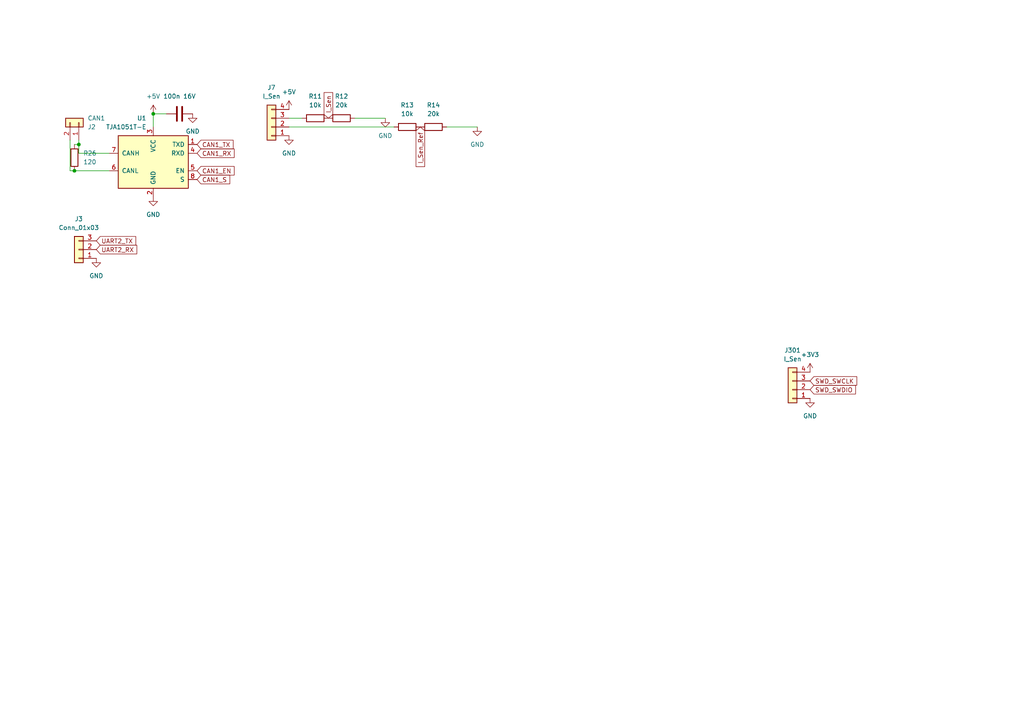
<source format=kicad_sch>
(kicad_sch (version 20231120) (generator "eeschema") (generator_version "8.0")
  (paper "A4")
  (lib_symbols
    (symbol "Connector_Generic:Conn_01x02" (pin_names (offset 1.016) hide)
      (property "Reference" "J" (at 0 2.54 0))
      (property "Value" "Conn_01x02" (at 0 -5.08 0))
      (symbol "Conn_01x02_1_1"
        (rectangle (start -1.27 -2.413) (end 0 -2.667) (stroke (width 0.1524)))
        (rectangle (start -1.27 0.127) (end 0 -0.127) (stroke (width 0.1524)))
        (rectangle (start -1.27 1.27) (end 1.27 -3.81) (stroke (width 0.254)) (fill (type background)))
        (pin passive line (at -5.08 0 0) (length 3.81) (name "Pin_1") (number "1"))
        (pin passive line (at -5.08 -2.54 0) (length 3.81) (name "Pin_2") (number "2"))
      )
    )
    (symbol "Connector_Generic:Conn_01x03" (pin_names (offset 1.016) hide)
      (property "Reference" "J" (at 0 5.08 0))
      (property "Value" "Conn_01x03" (at 0 -5.08 0))
      (symbol "Conn_01x03_1_1"
        (rectangle (start -1.27 -2.413) (end 0 -2.667) (stroke (width 0.1524)))
        (rectangle (start -1.27 0.127) (end 0 -0.127) (stroke (width 0.1524)))
        (rectangle (start -1.27 2.667) (end 0 2.413) (stroke (width 0.1524)))
        (rectangle (start -1.27 3.81) (end 1.27 -3.81) (stroke (width 0.254)) (fill (type background)))
        (pin passive line (at -5.08 2.54 0) (length 3.81) (name "Pin_1") (number "1"))
        (pin passive line (at -5.08 0 0) (length 3.81) (name "Pin_2") (number "2"))
        (pin passive line (at -5.08 -2.54 0) (length 3.81) (name "Pin_3") (number "3"))
      )
    )
    (symbol "Connector_Generic:Conn_01x04" (pin_names (offset 1.016) hide)
      (property "Reference" "J" (at 0 5.08 0))
      (property "Value" "Conn_01x04" (at 0 -7.62 0))
      (symbol "Conn_01x04_1_1"
        (rectangle (start -1.27 -4.953) (end 0 -5.207) (stroke (width 0.1524)))
        (rectangle (start -1.27 -2.413) (end 0 -2.667) (stroke (width 0.1524)))
        (rectangle (start -1.27 0.127) (end 0 -0.127) (stroke (width 0.1524)))
        (rectangle (start -1.27 2.667) (end 0 2.413) (stroke (width 0.1524)))
        (rectangle (start -1.27 3.81) (end 1.27 -6.35) (stroke (width 0.254)) (fill (type background)))
        (pin passive line (at -5.08 2.54 0) (length 3.81) (name "Pin_1") (number "1"))
        (pin passive line (at -5.08 0 0) (length 3.81) (name "Pin_2") (number "2"))
        (pin passive line (at -5.08 -2.54 0) (length 3.81) (name "Pin_3") (number "3"))
        (pin passive line (at -5.08 -5.08 0) (length 3.81) (name "Pin_4") (number "4"))
      )
    )
    (symbol "Device:C" (pin_numbers hide) (pin_names (offset 0.254))
      (property "Reference" "C" (at 0.635 2.54 0))
      (property "Value" "C" (at 0.635 -2.54 0))
      (symbol "C_0_1"
        (polyline (pts (xy -2.032 -0.762) (xy 2.032 -0.762)) (stroke (width 0.508)))
        (polyline (pts (xy -2.032 0.762) (xy 2.032 0.762)) (stroke (width 0.508)))
      )
      (symbol "C_1_1"
        (pin passive line (at 0 3.81 270) (length 2.794) (name "~") (number "1"))
        (pin passive line (at 0 -3.81 90) (length 2.794) (name "~") (number "2"))
      )
    )
    (symbol "Device:R" (pin_numbers hide) (pin_names (offset 0))
      (property "Reference" "R" (at 2.032 0 90))
      (property "Value" "R" (at 0 0 90))
      (symbol "R_0_1"
        (rectangle (start -1.016 -2.54) (end 1.016 2.54) (stroke (width 0.254)))
      )
      (symbol "R_1_1"
        (pin passive line (at 0 3.81 270) (length 1.27) (name "~") (number "1"))
        (pin passive line (at 0 -3.81 90) (length 1.27) (name "~") (number "2"))
      )
    )
    (symbol "Interface_CAN_LIN:TJA1051T-E" (pin_names (offset 1.016))
      (property "Reference" "U" (at -10.16 8.89 0))
      (property "Value" "TJA1051T-E" (at 1.27 8.89 0))
      (symbol "TJA1051T-E_0_1"
        (rectangle (start -10.16 7.62) (end 10.16 -7.62) (stroke (width 0.254)) (fill (type background)))
      )
      (symbol "TJA1051T-E_1_1"
        (pin input line (at -12.7 5.08 0) (length 2.54) (name "TXD") (number "1"))
        (pin power_in line (at 0 -10.16 90) (length 2.54) (name "GND") (number "2"))
        (pin power_in line (at 0 10.16 270) (length 2.54) (name "VCC") (number "3"))
        (pin output line (at -12.7 2.54 0) (length 2.54) (name "RXD") (number "4"))
        (pin input line (at -12.7 -2.54 0) (length 2.54) (name "EN") (number "5"))
        (pin bidirectional line (at 12.7 -2.54 180) (length 2.54) (name "CANL") (number "6"))
        (pin bidirectional line (at 12.7 2.54 180) (length 2.54) (name "CANH") (number "7"))
        (pin input line (at -12.7 -5.08 0) (length 2.54) (name "S") (number "8"))
      )
    )
    (symbol "power:+3V3" (power) (pin_names (offset 0))
      (property "Value" "+3V3" (at 0 3.556 0))
      (symbol "+3V3_0_1"
        (polyline (pts (xy -0.762 1.27) (xy 0 2.54)))
        (polyline (pts (xy 0 0) (xy 0 2.54)))
        (polyline (pts (xy 0 2.54) (xy 0.762 1.27)))
      )
      (symbol "+3V3_1_1"
        (pin power_in line (at 0 0 90) (length 0) hide (name "+3V3") (number "1"))
      )
    )
    (symbol "power:+5V" (power) (pin_names (offset 0))
      (property "Value" "+5V" (at 0 3.556 0))
      (symbol "+5V_0_1"
        (polyline (pts (xy -0.762 1.27) (xy 0 2.54)))
        (polyline (pts (xy 0 0) (xy 0 2.54)))
        (polyline (pts (xy 0 2.54) (xy 0.762 1.27)))
      )
      (symbol "+5V_1_1"
        (pin power_in line (at 0 0 90) (length 0) hide (name "+5V") (number "1"))
      )
    )
    (symbol "power:GND" (power) (pin_names (offset 0))
      (property "Value" "GND" (at 0 -3.81 0))
      (symbol "GND_0_1"
        (polyline (pts (xy 0 0) (xy 0 -1.27) (xy 1.27 -1.27) (xy 0 -2.54) (xy -1.27 -1.27) (xy 0 -1.27)))
      )
      (symbol "GND_1_1"
        (pin power_in line (at 0 0 270) (length 0) hide (name "GND") (number "1"))
      )
    )
  )
  (junction (at 22.86 41.91))
  (junction (at 21.59 49.53))
  (junction (at 44.45 33.02))
  (wire (pts (xy 83.82 34.29) (xy 87.63 34.29)))
  (wire (pts (xy 22.86 44.45) (xy 31.75 44.45)))
  (wire (pts (xy 20.32 49.53) (xy 21.59 49.53)))
  (wire (pts (xy 22.86 41.91) (xy 22.86 44.45)))
  (wire (pts (xy 83.82 36.83) (xy 114.3 36.83)))
  (wire (pts (xy 21.59 41.91) (xy 22.86 41.91)))
  (wire (pts (xy 20.32 40.64) (xy 20.32 49.53)))
  (wire (pts (xy 22.86 40.64) (xy 22.86 41.91)))
  (wire (pts (xy 102.87 34.29) (xy 111.76 34.29)))
  (wire (pts (xy 44.45 33.02) (xy 48.26 33.02)))
  (wire (pts (xy 129.54 36.83) (xy 138.43 36.83)))
  (wire (pts (xy 44.45 33.02) (xy 44.45 36.83)))
  (wire (pts (xy 21.59 49.53) (xy 31.75 49.53)))
  (global_label "CAN1_RX" (shape input) (at 57.15 44.45 0) (property "Intersheetrefs" "${INTERSHEET_REFS}" (effects (hide yes))))
  (global_label "UART2_TX" (shape input) (at 27.94 69.85 0) (property "Intersheetrefs" "${INTERSHEET_REFS}" (effects (hide yes))))
  (global_label "I_Sen_Ref" (shape input) (at 121.92 36.83 270) (property "Intersheetrefs" "${INTERSHEET_REFS}" (effects (hide yes))))
  (global_label "SWD_SWCLK" (shape input) (at 234.95 110.49 0) (property "Intersheetrefs" "${INTERSHEET_REFS}" (effects (hide yes))))
  (global_label "I_Sen" (shape input) (at 95.25 34.29 90) (property "Intersheetrefs" "${INTERSHEET_REFS}" (effects (hide yes))))
  (global_label "UART2_RX" (shape input) (at 27.94 72.39 0) (property "Intersheetrefs" "${INTERSHEET_REFS}" (effects (hide yes))))
  (global_label "SWD_SWDIO" (shape input) (at 234.95 113.03 0) (property "Intersheetrefs" "${INTERSHEET_REFS}" (effects (hide yes))))
  (global_label "CAN1_TX" (shape input) (at 57.15 41.91 0) (property "Intersheetrefs" "${INTERSHEET_REFS}" (effects (hide yes))))
  (global_label "CAN1_EN" (shape input) (at 57.15 49.53 0) (property "Intersheetrefs" "${INTERSHEET_REFS}" (effects (hide yes))))
  (global_label "CAN1_S" (shape input) (at 57.15 52.07 0) (property "Intersheetrefs" "${INTERSHEET_REFS}" (effects (hide yes))))
  (symbol (lib_id "power:GND") (at 55.88 33.02 0) (unit 1)
    (property "Reference" "#PWR07" (effects (hide yes)))
    (property "Value" "GND" (at 55.88 38.1 0))
  )
  (symbol (lib_id "Device:R") (at 125.73 36.83 90) (unit 1)
    (property "Reference" "R14" (at 125.73 30.48 90))
    (property "Value" "20k" (at 125.73 33.02 90))
    (property "Footprint" "Resistor_SMD:R_0603_1608Metric" (effects (hide yes)))
  )
  (symbol (lib_id "power:GND") (at 138.43 36.83 0) (unit 1)
    (property "Reference" "#PWR030" (effects (hide yes)))
    (property "Value" "GND" (at 138.43 41.91 0))
  )
  (symbol (lib_id "Device:R") (at 99.06 34.29 90) (unit 1)
    (property "Reference" "R12" (at 99.06 27.94 90))
    (property "Value" "20k" (at 99.06 30.48 90))
    (property "Footprint" "Resistor_SMD:R_0603_1608Metric" (effects (hide yes)))
  )
  (symbol (lib_id "Device:R") (at 91.44 34.29 90) (unit 1)
    (property "Reference" "R11" (at 91.44 27.94 90))
    (property "Value" "10k" (at 91.44 30.48 90))
    (property "Footprint" "Resistor_SMD:R_0603_1608Metric" (effects (hide yes)))
  )
  (symbol (lib_id "power:GND") (at 44.45 57.15 0) (unit 1)
    (property "Reference" "#PWR03" (effects (hide yes)))
    (property "Value" "GND" (at 44.45 62.23 0))
  )
  (symbol (lib_id "Connector_Generic:Conn_01x02") (at 22.86 35.56 270) (mirror x) (unit 1)
    (property "Reference" "J2" (at 25.4 36.83 90) (effects (justify left)))
    (property "Value" "CAN1" (at 25.4 34.29 90) (effects (justify left)))
    (property "Footprint" "Connector_JST:JST_XH_B2B-XH-A_1x02_P2.50mm_Vertical" (effects (hide yes)))
  )
  (symbol (lib_id "power:GND") (at 111.76 34.29 0) (unit 1)
    (property "Reference" "#PWR094" (effects (hide yes)))
    (property "Value" "GND" (at 111.76 39.37 0))
  )
  (symbol (lib_id "Device:R") (at 21.59 45.72 0) (unit 1)
    (property "Reference" "R26" (at 24.13 44.4499 0) (effects (justify left)))
    (property "Value" "120" (at 24.13 46.9899 0) (effects (justify left)))
    (property "Footprint" "Resistor_SMD:R_0603_1608Metric" (effects (hide yes)))
  )
  (symbol (lib_id "Device:R") (at 118.11 36.83 270) (unit 1)
    (property "Reference" "R13" (at 118.11 30.48 90))
    (property "Value" "10k" (at 118.11 33.02 90))
    (property "Footprint" "Resistor_SMD:R_0603_1608Metric" (effects (hide yes)))
  )
  (symbol (lib_id "Connector_Generic:Conn_01x03") (at 22.86 72.39 180) (unit 1)
    (property "Reference" "J3" (at 22.86 63.5 0))
    (property "Value" "Conn_01x03" (at 22.86 66.04 0))
    (property "Footprint" "Connector_JST:JST_XH_B3B-XH-A_1x03_P2.50mm_Vertical" (effects (hide yes)))
    (property "Description" "Generic connector, single row, 01x03, script generated (kicad-library-utils/schlib/autogen/connector/)" (effects (hide yes)))
  )
  (symbol (lib_id "Connector_Generic:Conn_01x04") (at 229.87 113.03 180) (unit 1)
    (property "Reference" "J301" (at 229.87 101.6 0))
    (property "Value" "I_Sen" (at 229.87 104.14 0))
    (property "Footprint" "Connector_JST:JST_XH_B4B-XH-A_1x04_P2.50mm_Vertical" (effects (hide yes)))
  )
  (symbol (lib_id "Device:C") (at 52.07 33.02 90) (unit 1)
    (property "Reference" "C1" (effects (hide yes)))
    (property "Value" "100n 16V" (at 52.07 27.94 90))
    (property "Footprint" "Capacitor_SMD:C_0603_1608Metric" (effects (hide yes)))
  )
  (symbol (lib_id "power:GND") (at 234.95 115.57 0) (unit 1)
    (property "Reference" "#PWR083" (effects (hide yes)))
    (property "Value" "GND" (at 234.95 120.65 0))
  )
  (symbol (lib_id "Connector_Generic:Conn_01x04") (at 78.74 36.83 180) (unit 1)
    (property "Reference" "J7" (at 78.74 25.4 0))
    (property "Value" "I_Sen" (at 78.74 27.94 0))
    (property "Footprint" "Connector_JST:JST_XH_B4B-XH-A_1x04_P2.50mm_Vertical" (effects (hide yes)))
  )
  (symbol (lib_id "power:+3V3") (at 234.95 107.95 0) (unit 1)
    (property "Reference" "#PWR082" (effects (hide yes)))
    (property "Value" "+3V3" (at 234.95 102.87 0))
  )
  (symbol (lib_id "power:GND") (at 27.94 74.93 0) (unit 1)
    (property "Reference" "#PWR032" (effects (hide yes)))
    (property "Value" "GND" (at 27.94 80.01 0))
  )
  (symbol (lib_id "power:+5V") (at 44.45 33.02 0) (unit 1)
    (property "Reference" "#PWR05" (effects (hide yes)))
    (property "Value" "+5V" (at 44.45 27.94 0))
  )
  (symbol (lib_id "power:GND") (at 83.82 39.37 0) (unit 1)
    (property "Reference" "#PWR068" (effects (hide yes)))
    (property "Value" "GND" (at 83.82 44.45 0))
  )
  (symbol (lib_id "Interface_CAN_LIN:TJA1051T-E") (at 44.45 46.99 0) (mirror y) (unit 1)
    (property "Reference" "U1" (at 42.4941 34.29 0) (effects (justify left)))
    (property "Value" "TJA1051T-E" (at 42.4941 36.83 0) (effects (justify left)))
    (property "Footprint" "Package_SO:SOIC-8_3.9x4.9mm_P1.27mm" (effects (hide yes)))
    (property "Datasheet" "http://www.nxp.com/documents/data_sheet/TJA1051.pdf" (effects (hide yes)))
  )
  (symbol (lib_id "power:+5V") (at 83.82 31.75 0) (unit 1)
    (property "Reference" "#PWR069" (effects (hide yes)))
    (property "Value" "+5V" (at 83.82 26.67 0))
  )
)
</source>
